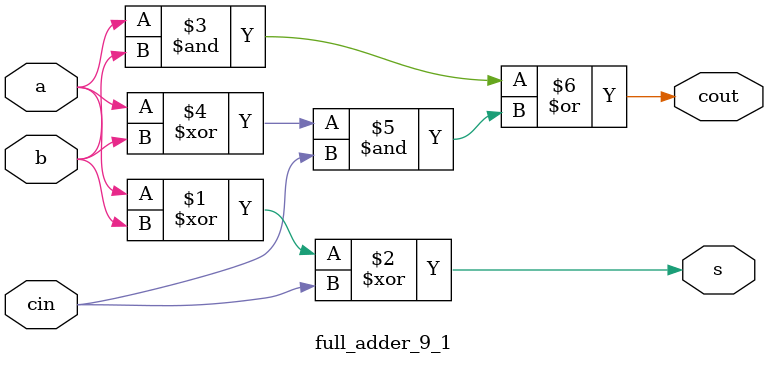
<source format=v>
`timescale 1ns / 1ps
module full_adder_9_1(s,cout,a,b,cin);
output s,cout;
input a,b,cin;
wire w1,w2,w3;

/*xor x1(w2,a,b);
xor x2(s,cin,w2);
and a1(w1,a,b);
and a2(w3,cin,w2);
or o1(cout,w1,w3);
*/

assign s=a^b^cin;
assign cout = a&b | (a^b)&cin;

endmodule

</source>
